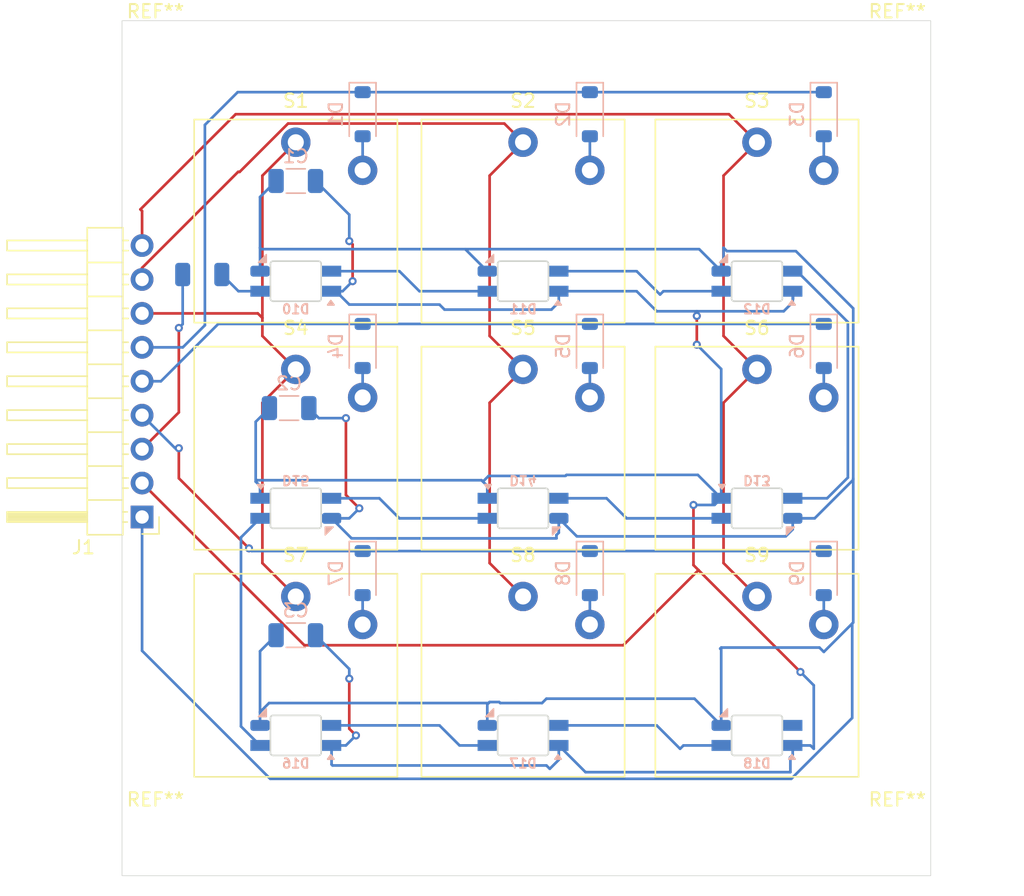
<source format=kicad_pcb>
(kicad_pcb (version 20241229) (generator "pcbnew") (generator_version "9.0")
  (layers (0 "F.Cu" signal) (2 "B.Cu" signal) (13 "F.Paste" user) (15 "B.Paste" user) (5 "F.SilkS" user "F.Silkscreen") (7 "B.SilkS" user "B.Silkscreen") (1 "F.Mask" user) (3 "B.Mask" user) (25 "Edge.Cuts" user))
  (net 0 "")
  (net 1 "ROW0")
  (net 2 "Net-(D1-A)")
  (net 3 "Net-(D2-A)")
  (net 4 "Net-(D3-A)")
  (net 5 "ROW1")
  (net 6 "Net-(D4-A)")
  (net 7 "Net-(D5-A)")
  (net 8 "Net-(D6-A)")
  (net 9 "Net-(D7-A)")
  (net 10 "ROW2")
  (net 11 "Net-(D8-A)")
  (net 12 "Net-(D9-A)")
  (net 13 "COL0")
  (net 14 "COL1")
  (net 15 "COL2")
  (net 16 "GND")
  (net 17 "Net-(D10-DOUT)")
  (net 18 "+5V")
  (net 19 "Net-(D12-DOUT)")
  (net 20 "Net-(D13-DOUT)")
  (net 21 "Net-(D14-DOUT)")
  (net 22 "Net-(D15-DOUT)")
  (net 23 "Net-(D16-DOUT)")
  (net 24 "Net-(D17-DOUT)")
  (net 26 "Net-(D11-DOUT)")
  (net 27 "Net-(D10-DIN)")
  (net 28 "LEDIN")
  (footprint "ScottoKeebs_Choc:Choc_V1_1.00u" (layer "F.Cu") (at 78 53)
    (property "Reference" "S1" (at 0 -9 0) (layer "F.SilkS"))
    (property "Value" "Keyswitch")
    (pad "" np_thru_hole circle (at -5.5 0) (size 1.9 1.9) (drill 1.9) (layers "*.Cu" "*.Mask"))
    (pad "" np_thru_hole circle (at 0 0) (size 3.45 3.45) (drill 3.45) (layers "*.Cu" "*.Mask"))
    (pad "" np_thru_hole circle (at 5.5 0) (size 1.9 1.9) (drill 1.9) (layers "*.Cu" "*.Mask"))
    (pad "1" thru_hole circle (at 0 -5.9) (size 2.2 2.2) (drill 1.2) (layers "*.Cu" "*.Mask") (net 13 "COL0"))
    (pad "2" thru_hole circle (at 5 -3.8) (size 2.2 2.2) (drill 1.2) (layers "*.Cu" "*.Mask") (net 2 "Net-(D1-A)"))
  )
  (footprint "ScottoKeebs_Choc:Choc_V1_1.00u" (layer "F.Cu") (at 78 70)
    (property "Reference" "S4" (at 0 -9 0) (layer "F.SilkS"))
    (property "Value" "Keyswitch")
    (pad "" np_thru_hole circle (at -5.5 0) (size 1.9 1.9) (drill 1.9) (layers "*.Cu" "*.Mask"))
    (pad "" np_thru_hole circle (at 0 0) (size 3.45 3.45) (drill 3.45) (layers "*.Cu" "*.Mask"))
    (pad "" np_thru_hole circle (at 5.5 0) (size 1.9 1.9) (drill 1.9) (layers "*.Cu" "*.Mask"))
    (pad "1" thru_hole circle (at 0 -5.9) (size 2.2 2.2) (drill 1.2) (layers "*.Cu" "*.Mask") (net 13 "COL0"))
    (pad "2" thru_hole circle (at 5 -3.8) (size 2.2 2.2) (drill 1.2) (layers "*.Cu" "*.Mask") (net 6 "Net-(D4-A)"))
  )
  (footprint "ScottoKeebs_Choc:Choc_V1_1.00u" (layer "F.Cu") (at 95 53)
    (property "Reference" "S2" (at 0 -9 0) (layer "F.SilkS"))
    (property "Value" "Keyswitch")
    (pad "" np_thru_hole circle (at -5.5 0) (size 1.9 1.9) (drill 1.9) (layers "*.Cu" "*.Mask"))
    (pad "" np_thru_hole circle (at 0 0) (size 3.45 3.45) (drill 3.45) (layers "*.Cu" "*.Mask"))
    (pad "" np_thru_hole circle (at 5.5 0) (size 1.9 1.9) (drill 1.9) (layers "*.Cu" "*.Mask"))
    (pad "1" thru_hole circle (at 0 -5.9) (size 2.2 2.2) (drill 1.2) (layers "*.Cu" "*.Mask") (net 14 "COL1"))
    (pad "2" thru_hole circle (at 5 -3.8) (size 2.2 2.2) (drill 1.2) (layers "*.Cu" "*.Mask") (net 3 "Net-(D2-A)"))
  )
  (footprint "ScottoKeebs_Choc:Choc_V1_1.00u" (layer "F.Cu") (at 112.5 53)
    (property "Reference" "S3" (at 0 -9 0) (layer "F.SilkS"))
    (property "Value" "Keyswitch")
    (pad "" np_thru_hole circle (at -5.5 0) (size 1.9 1.9) (drill 1.9) (layers "*.Cu" "*.Mask"))
    (pad "" np_thru_hole circle (at 0 0) (size 3.45 3.45) (drill 3.45) (layers "*.Cu" "*.Mask"))
    (pad "" np_thru_hole circle (at 5.5 0) (size 1.9 1.9) (drill 1.9) (layers "*.Cu" "*.Mask"))
    (pad "1" thru_hole circle (at 0 -5.9) (size 2.2 2.2) (drill 1.2) (layers "*.Cu" "*.Mask") (net 15 "COL2"))
    (pad "2" thru_hole circle (at 5 -3.8) (size 2.2 2.2) (drill 1.2) (layers "*.Cu" "*.Mask") (net 4 "Net-(D3-A)"))
  )
  (footprint "MountingHole:MountingHole_2.2mm_M2" (layer "F.Cu") (at 123 99.5)
    (property "Reference" "REF**" (at 0 -3.2 0) (layer "F.SilkS"))
    (property "Value" "MountingHole_2.2mm_M2")
    (pad "" np_thru_hole circle (at 0 0) (size 2.2 2.2) (drill 2.2) (layers "*.Cu" "*.Mask"))
  )
  (footprint "MountingHole:MountingHole_2.2mm_M2" (layer "F.Cu") (at 67.5 40.5)
    (property "Reference" "REF**" (at 0 -3.2 0) (layer "F.SilkS"))
    (property "Value" "MountingHole_2.2mm_M2")
    (pad "" np_thru_hole circle (at 0 0) (size 2.2 2.2) (drill 2.2) (layers "*.Cu" "*.Mask"))
  )
  (footprint "ScottoKeebs_Choc:Choc_V1_1.00u" (layer "F.Cu") (at 78 87)
    (property "Reference" "S7" (at 0 -9 0) (layer "F.SilkS"))
    (property "Value" "Keyswitch")
    (pad "" np_thru_hole circle (at -5.5 0) (size 1.9 1.9) (drill 1.9) (layers "*.Cu" "*.Mask"))
    (pad "" np_thru_hole circle (at 0 0) (size 3.45 3.45) (drill 3.45) (layers "*.Cu" "*.Mask"))
    (pad "" np_thru_hole circle (at 5.5 0) (size 1.9 1.9) (drill 1.9) (layers "*.Cu" "*.Mask"))
    (pad "1" thru_hole circle (at 0 -5.9) (size 2.2 2.2) (drill 1.2) (layers "*.Cu" "*.Mask") (net 13 "COL0"))
    (pad "2" thru_hole circle (at 5 -3.8) (size 2.2 2.2) (drill 1.2) (layers "*.Cu" "*.Mask") (net 9 "Net-(D7-A)"))
  )
  (footprint "ScottoKeebs_Choc:Choc_V1_1.00u" (layer "F.Cu") (at 112.5 87)
    (property "Reference" "S9" (at 0 -9 0) (layer "F.SilkS"))
    (property "Value" "Keyswitch")
    (pad "" np_thru_hole circle (at -5.5 0) (size 1.9 1.9) (drill 1.9) (layers "*.Cu" "*.Mask"))
    (pad "" np_thru_hole circle (at 0 0) (size 3.45 3.45) (drill 3.45) (layers "*.Cu" "*.Mask"))
    (pad "" np_thru_hole circle (at 5.5 0) (size 1.9 1.9) (drill 1.9) (layers "*.Cu" "*.Mask"))
    (pad "1" thru_hole circle (at 0 -5.9) (size 2.2 2.2) (drill 1.2) (layers "*.Cu" "*.Mask") (net 15 "COL2"))
    (pad "2" thru_hole circle (at 5 -3.8) (size 2.2 2.2) (drill 1.2) (layers "*.Cu" "*.Mask") (net 12 "Net-(D9-A)"))
  )
  (footprint "Connector_PinHeader_2.54mm:PinHeader_1x09_P2.54mm_Horizontal" (layer "F.Cu") (at 66.5 75.15 180)
    (property "Reference" "J1" (at 4.385 -2.27 180) (layer "F.SilkS"))
    (property "Value" "Conn_01x09_Pin")
    (pad "1" thru_hole rect (at 0 0 180) (size 1.7 1.7) (drill 1) (layers "*.Cu" "*.Mask") (net 16 "GND"))
    (pad "2" thru_hole oval (at 0 2.54 180) (size 1.7 1.7) (drill 1) (layers "*.Cu" "*.Mask") (net 18 "+5V"))
    (pad "3" thru_hole oval (at 0 5.08 180) (size 1.7 1.7) (drill 1) (layers "*.Cu" "*.Mask") (net 28 "LEDIN"))
    (pad "4" thru_hole oval (at 0 7.62 180) (size 1.7 1.7) (drill 1) (layers "*.Cu" "*.Mask") (net 10 "ROW2"))
    (pad "5" thru_hole oval (at 0 10.16 180) (size 1.7 1.7) (drill 1) (layers "*.Cu" "*.Mask") (net 5 "ROW1"))
    (pad "6" thru_hole oval (at 0 12.7 180) (size 1.7 1.7) (drill 1) (layers "*.Cu" "*.Mask") (net 1 "ROW0"))
    (pad "7" thru_hole oval (at 0 15.24 180) (size 1.7 1.7) (drill 1) (layers "*.Cu" "*.Mask") (net 13 "COL0"))
    (pad "8" thru_hole oval (at 0 17.78 180) (size 1.7 1.7) (drill 1) (layers "*.Cu" "*.Mask") (net 14 "COL1"))
    (pad "9" thru_hole oval (at 0 20.32 180) (size 1.7 1.7) (drill 1) (layers "*.Cu" "*.Mask") (net 15 "COL2"))
  )
  (footprint "ScottoKeebs_Choc:Choc_V1_1.00u" (layer "F.Cu") (at 95 70)
    (property "Reference" "S5" (at 0 -9 0) (layer "F.SilkS"))
    (property "Value" "Keyswitch")
    (pad "" np_thru_hole circle (at -5.5 0) (size 1.9 1.9) (drill 1.9) (layers "*.Cu" "*.Mask"))
    (pad "" np_thru_hole circle (at 0 0) (size 3.45 3.45) (drill 3.45) (layers "*.Cu" "*.Mask"))
    (pad "" np_thru_hole circle (at 5.5 0) (size 1.9 1.9) (drill 1.9) (layers "*.Cu" "*.Mask"))
    (pad "1" thru_hole circle (at 0 -5.9) (size 2.2 2.2) (drill 1.2) (layers "*.Cu" "*.Mask") (net 14 "COL1"))
    (pad "2" thru_hole circle (at 5 -3.8) (size 2.2 2.2) (drill 1.2) (layers "*.Cu" "*.Mask") (net 7 "Net-(D5-A)"))
  )
  (footprint "MountingHole:MountingHole_2.2mm_M2" (layer "F.Cu") (at 123 40.5)
    (property "Reference" "REF**" (at 0 -3.2 0) (layer "F.SilkS"))
    (property "Value" "MountingHole_2.2mm_M2")
    (pad "" np_thru_hole circle (at 0 0) (size 2.2 2.2) (drill 2.2) (layers "*.Cu" "*.Mask"))
  )
  (footprint "ScottoKeebs_Choc:Choc_V1_1.00u" (layer "F.Cu") (at 112.5 70)
    (property "Reference" "S6" (at 0 -9 0) (layer "F.SilkS"))
    (property "Value" "Keyswitch")
    (pad "" np_thru_hole circle (at -5.5 0) (size 1.9 1.9) (drill 1.9) (layers "*.Cu" "*.Mask"))
    (pad "" np_thru_hole circle (at 0 0) (size 3.45 3.45) (drill 3.45) (layers "*.Cu" "*.Mask"))
    (pad "" np_thru_hole circle (at 5.5 0) (size 1.9 1.9) (drill 1.9) (layers "*.Cu" "*.Mask"))
    (pad "1" thru_hole circle (at 0 -5.9) (size 2.2 2.2) (drill 1.2) (layers "*.Cu" "*.Mask") (net 15 "COL2"))
    (pad "2" thru_hole circle (at 5 -3.8) (size 2.2 2.2) (drill 1.2) (layers "*.Cu" "*.Mask") (net 8 "Net-(D6-A)"))
  )
  (footprint "MountingHole:MountingHole_2.2mm_M2" (layer "F.Cu") (at 67.5 99.5)
    (property "Reference" "REF**" (at 0 -3.2 0) (layer "F.SilkS"))
    (property "Value" "MountingHole_2.2mm_M2")
    (pad "" np_thru_hole circle (at 0 0) (size 2.2 2.2) (drill 2.2) (layers "*.Cu" "*.Mask"))
  )
  (footprint "ScottoKeebs_Choc:Choc_V1_1.00u" (layer "F.Cu") (at 95 87)
    (property "Reference" "S8" (at 0 -9 0) (layer "F.SilkS"))
    (property "Value" "Keyswitch")
    (pad "" np_thru_hole circle (at -5.5 0) (size 1.9 1.9) (drill 1.9) (layers "*.Cu" "*.Mask"))
    (pad "" np_thru_hole circle (at 0 0) (size 3.45 3.45) (drill 3.45) (layers "*.Cu" "*.Mask"))
    (pad "" np_thru_hole circle (at 5.5 0) (size 1.9 1.9) (drill 1.9) (layers "*.Cu" "*.Mask"))
    (pad "1" thru_hole circle (at 0 -5.9) (size 2.2 2.2) (drill 1.2) (layers "*.Cu" "*.Mask") (net 14 "COL1"))
    (pad "2" thru_hole circle (at 5 -3.8) (size 2.2 2.2) (drill 1.2) (layers "*.Cu" "*.Mask") (net 11 "Net-(D8-A)"))
  )
  (footprint "Diode_SMD:D_SOD-123" (layer "B.Cu") (at 83 62.35 -90)
    (property "Reference" "D4" (at 0 2 90) (layer "B.SilkS") (effects (justify mirror)))
    (property "Value" "D")
    (pad "1" smd roundrect (at -1.65 0 270) (size 0.9 1.2) (layers "B.Cu" "B.Mask" "B.Paste") (net 5 "ROW1"))
    (pad "2" smd roundrect (at 1.65 0 270) (size 0.9 1.2) (layers "B.Cu" "B.Mask" "B.Paste") (net 6 "Net-(D4-A)"))
  )
  (footprint "SK6812-MINI-E:SK6812-MINI-E" (layer "B.Cu") (at 95 91.5 180)
    (property "Reference" "D17" (at 0 -2.1 0) (layer "B.SilkS") (effects (font (size 0.7 0.7)) (justify mirror)))
    (property "Value" "LED_WS2812B" (hide yes))
    (fp_line (start 1.9 1.3) (end 1.9 -1.3) (stroke (width 0.12)) (layer "Edge.Cuts"))
    (fp_line (start 1.7 -1.5) (end -1.7 -1.5) (stroke (width 0.12)) (layer "Edge.Cuts"))
    (fp_line (start -1.7 1.5) (end 1.7 1.5) (stroke (width 0.12)) (layer "Edge.Cuts"))
    (fp_line (start -1.9 -1.3) (end -1.9 1.3) (stroke (width 0.12)) (layer "Edge.Cuts"))
    (fp_arc (start 1.9 1.3) (mid 1.841421 1.441421) (end 1.7 1.5) (stroke (width 0.12)) (layer "Edge.Cuts"))
    (fp_arc (start 1.7 -1.5) (mid 1.841421 -1.441421) (end 1.9 -1.3) (stroke (width 0.12)) (layer "Edge.Cuts"))
    (fp_arc (start -1.7 1.5) (mid -1.841421 1.441421) (end -1.9 1.3) (stroke (width 0.12)) (layer "Edge.Cuts"))
    (fp_arc (start -1.9 -1.3) (mid -1.841421 -1.441421) (end -1.7 -1.5) (stroke (width 0.12)) (layer "Edge.Cuts"))
    (pad "1" smd rect (at -2.675 -0.75 180) (size 1.45 0.82) (layers "B.Cu" "B.Mask" "B.Paste") (net 18 "+5V"))
    (pad "2" smd rect (at -2.675 0.75 180) (size 1.45 0.82) (layers "B.Cu" "B.Mask" "B.Paste") (net 24 "Net-(D17-DOUT)"))
    (pad "3" smd roundrect (at 2.675 0.75 180) (size 1.45 0.82) (layers "B.Cu" "B.Mask" "B.Paste") (net 16 "GND"))
    (pad "4" smd rect (at 2.675 -0.75 180) (size 1.45 0.82) (layers "B.Cu" "B.Mask" "B.Paste") (net 23 "Net-(D16-DOUT)"))
  )
  (footprint "SK6812-MINI-E:SK6812-MINI-E" (layer "B.Cu") (at 112.5 74.5)
    (property "Reference" "D13" (at 0 -2.1 180) (layer "B.SilkS") (effects (font (size 0.7 0.7)) (justify mirror)))
    (property "Value" "LED_WS2812B" (hide yes))
    (fp_line (start -1.9 -1.3) (end -1.9 1.3) (stroke (width 0.12)) (layer "Edge.Cuts"))
    (fp_line (start -1.7 1.5) (end 1.7 1.5) (stroke (width 0.12)) (layer "Edge.Cuts"))
    (fp_line (start 1.7 -1.5) (end -1.7 -1.5) (stroke (width 0.12)) (layer "Edge.Cuts"))
    (fp_line (start 1.9 1.3) (end 1.9 -1.3) (stroke (width 0.12)) (layer "Edge.Cuts"))
    (fp_arc (start -1.9 -1.3) (mid -1.841421 -1.441421) (end -1.7 -1.5) (stroke (width 0.12)) (layer "Edge.Cuts"))
    (fp_arc (start -1.7 1.5) (mid -1.841421 1.441421) (end -1.9 1.3) (stroke (width 0.12)) (layer "Edge.Cuts"))
    (fp_arc (start 1.7 -1.5) (mid 1.841421 -1.441421) (end 1.9 -1.3) (stroke (width 0.12)) (layer "Edge.Cuts"))
    (fp_arc (start 1.9 1.3) (mid 1.841421 1.441421) (end 1.7 1.5) (stroke (width 0.12)) (layer "Edge.Cuts"))
    (pad "1" smd rect (at -2.675 -0.75) (size 1.45 0.82) (layers "B.Cu" "B.Mask" "B.Paste") (net 18 "+5V"))
    (pad "2" smd rect (at -2.675 0.75) (size 1.45 0.82) (layers "B.Cu" "B.Mask" "B.Paste") (net 20 "Net-(D13-DOUT)"))
    (pad "3" smd roundrect (at 2.675 0.75) (size 1.45 0.82) (layers "B.Cu" "B.Mask" "B.Paste") (net 16 "GND"))
    (pad "4" smd rect (at 2.675 -0.75) (size 1.45 0.82) (layers "B.Cu" "B.Mask" "B.Paste") (net 19 "Net-(D12-DOUT)"))
  )
  (footprint "SK6812-MINI-E:SK6812-MINI-E" (layer "B.Cu") (at 95 57.5 180)
    (property "Reference" "D11" (at 0 -2.1 0) (layer "B.SilkS") (effects (font (size 0.7 0.7)) (justify mirror)))
    (property "Value" "LED_WS2812B" (hide yes))
    (fp_line (start 1.9 1.3) (end 1.9 -1.3) (stroke (width 0.12)) (layer "Edge.Cuts"))
    (fp_line (start 1.7 -1.5) (end -1.7 -1.5) (stroke (width 0.12)) (layer "Edge.Cuts"))
    (fp_line (start -1.7 1.5) (end 1.7 1.5) (stroke (width 0.12)) (layer "Edge.Cuts"))
    (fp_line (start -1.9 -1.3) (end -1.9 1.3) (stroke (width 0.12)) (layer "Edge.Cuts"))
    (fp_arc (start 1.9 1.3) (mid 1.841421 1.441421) (end 1.7 1.5) (stroke (width 0.12)) (layer "Edge.Cuts"))
    (fp_arc (start 1.7 -1.5) (mid 1.841421 -1.441421) (end 1.9 -1.3) (stroke (width 0.12)) (layer "Edge.Cuts"))
    (fp_arc (start -1.7 1.5) (mid -1.841421 1.441421) (end -1.9 1.3) (stroke (width 0.12)) (layer "Edge.Cuts"))
    (fp_arc (start -1.9 -1.3) (mid -1.841421 -1.441421) (end -1.7 -1.5) (stroke (width 0.12)) (layer "Edge.Cuts"))
    (pad "1" smd rect (at -2.675 -0.75 180) (size 1.45 0.82) (layers "B.Cu" "B.Mask" "B.Paste") (net 18 "+5V"))
    (pad "2" smd rect (at -2.675 0.75 180) (size 1.45 0.82) (layers "B.Cu" "B.Mask" "B.Paste") (net 26 "Net-(D11-DOUT)"))
    (pad "3" smd roundrect (at 2.675 0.75 180) (size 1.45 0.82) (layers "B.Cu" "B.Mask" "B.Paste") (net 16 "GND"))
    (pad "4" smd rect (at 2.675 -0.75 180) (size 1.45 0.82) (layers "B.Cu" "B.Mask" "B.Paste") (net 17 "Net-(D10-DOUT)"))
  )
  (footprint "Capacitor_SMD:C_1206_3216Metric" (layer "B.Cu") (at 78 50 180)
    (property "Reference" "C1" (at 0 1.85 0) (layer "B.SilkS") (effects (justify mirror)))
    (property "Value" "C_Small")
    (pad "1" smd roundrect (at -1.475 0 180) (size 1.15 1.8) (layers "B.Cu" "B.Mask" "B.Paste") (roundrect_rratio 0.217391) (net 18 "+5V"))
    (pad "2" smd roundrect (at 1.475 0 180) (size 1.15 1.8) (layers "B.Cu" "B.Mask" "B.Paste") (roundrect_rratio 0.217391) (net 16 "GND"))
  )
  (footprint "SK6812-MINI-E:SK6812-MINI-E" (layer "B.Cu") (at 78 91.5 180)
    (property "Reference" "D16" (at 0 -2.1 0) (layer "B.SilkS") (effects (font (size 0.7 0.7)) (justify mirror)))
    (property "Value" "LED_WS2812B" (hide yes))
    (fp_line (start 1.9 1.3) (end 1.9 -1.3) (stroke (width 0.12)) (layer "Edge.Cuts"))
    (fp_line (start 1.7 -1.5) (end -1.7 -1.5) (stroke (width 0.12)) (layer "Edge.Cuts"))
    (fp_line (start -1.7 1.5) (end 1.7 1.5) (stroke (width 0.12)) (layer "Edge.Cuts"))
    (fp_line (start -1.9 -1.3) (end -1.9 1.3) (stroke (width 0.12)) (layer "Edge.Cuts"))
    (fp_arc (start 1.9 1.3) (mid 1.841421 1.441421) (end 1.7 1.5) (stroke (width 0.12)) (layer "Edge.Cuts"))
    (fp_arc (start 1.7 -1.5) (mid 1.841421 -1.441421) (end 1.9 -1.3) (stroke (width 0.12)) (layer "Edge.Cuts"))
    (fp_arc (start -1.7 1.5) (mid -1.841421 1.441421) (end -1.9 1.3) (stroke (width 0.12)) (layer "Edge.Cuts"))
    (fp_arc (start -1.9 -1.3) (mid -1.841421 -1.441421) (end -1.7 -1.5) (stroke (width 0.12)) (layer "Edge.Cuts"))
    (pad "1" smd rect (at -2.675 -0.75 180) (size 1.45 0.82) (layers "B.Cu" "B.Mask" "B.Paste") (net 18 "+5V"))
    (pad "2" smd rect (at -2.675 0.75 180) (size 1.45 0.82) (layers "B.Cu" "B.Mask" "B.Paste") (net 23 "Net-(D16-DOUT)"))
    (pad "3" smd roundrect (at 2.675 0.75 180) (size 1.45 0.82) (layers "B.Cu" "B.Mask" "B.Paste") (net 16 "GND"))
    (pad "4" smd rect (at 2.675 -0.75 180) (size 1.45 0.82) (layers "B.Cu" "B.Mask" "B.Paste") (net 22 "Net-(D15-DOUT)"))
  )
  (footprint "Diode_SMD:D_SOD-123" (layer "B.Cu") (at 100 45 -90)
    (property "Reference" "D2" (at 0 2 90) (layer "B.SilkS") (effects (justify mirror)))
    (property "Value" "D")
    (pad "1" smd roundrect (at -1.65 0 270) (size 0.9 1.2) (layers "B.Cu" "B.Mask" "B.Paste") (net 1 "ROW0"))
    (pad "2" smd roundrect (at 1.65 0 270) (size 0.9 1.2) (layers "B.Cu" "B.Mask" "B.Paste") (net 3 "Net-(D2-A)"))
  )
  (footprint "Diode_SMD:D_SOD-123" (layer "B.Cu") (at 100 62.35 -90)
    (property "Reference" "D5" (at 0 2 90) (layer "B.SilkS") (effects (justify mirror)))
    (property "Value" "D")
    (pad "1" smd roundrect (at -1.65 0 270) (size 0.9 1.2) (layers "B.Cu" "B.Mask" "B.Paste") (net 5 "ROW1"))
    (pad "2" smd roundrect (at 1.65 0 270) (size 0.9 1.2) (layers "B.Cu" "B.Mask" "B.Paste") (net 7 "Net-(D5-A)"))
  )
  (footprint "Diode_SMD:D_SOD-123" (layer "B.Cu") (at 117.5 79.35 -90)
    (property "Reference" "D9" (at 0 2 90) (layer "B.SilkS") (effects (justify mirror)))
    (property "Value" "D")
    (pad "1" smd roundrect (at -1.65 0 270) (size 0.9 1.2) (layers "B.Cu" "B.Mask" "B.Paste") (net 10 "ROW2"))
    (pad "2" smd roundrect (at 1.65 0 270) (size 0.9 1.2) (layers "B.Cu" "B.Mask" "B.Paste") (net 12 "Net-(D9-A)"))
  )
  (footprint "SK6812-MINI-E:SK6812-MINI-E" (layer "B.Cu") (at 78 57.5 180)
    (property "Reference" "D10" (at 0 -2.1 0) (layer "B.SilkS") (effects (font (size 0.7 0.7)) (justify mirror)))
    (property "Value" "LED_WS2812B" (hide yes))
    (fp_line (start 1.9 1.3) (end 1.9 -1.3) (stroke (width 0.12)) (layer "Edge.Cuts"))
    (fp_line (start 1.7 -1.5) (end -1.7 -1.5) (stroke (width 0.12)) (layer "Edge.Cuts"))
    (fp_line (start -1.7 1.5) (end 1.7 1.5) (stroke (width 0.12)) (layer "Edge.Cuts"))
    (fp_line (start -1.9 -1.3) (end -1.9 1.3) (stroke (width 0.12)) (layer "Edge.Cuts"))
    (fp_arc (start 1.9 1.3) (mid 1.841421 1.441421) (end 1.7 1.5) (stroke (width 0.12)) (layer "Edge.Cuts"))
    (fp_arc (start 1.7 -1.5) (mid 1.841421 -1.441421) (end 1.9 -1.3) (stroke (width 0.12)) (layer "Edge.Cuts"))
    (fp_arc (start -1.7 1.5) (mid -1.841421 1.441421) (end -1.9 1.3) (stroke (width 0.12)) (layer "Edge.Cuts"))
    (fp_arc (start -1.9 -1.3) (mid -1.841421 -1.441421) (end -1.7 -1.5) (stroke (width 0.12)) (layer "Edge.Cuts"))
    (pad "1" smd rect (at -2.675 -0.75 180) (size 1.45 0.82) (layers "B.Cu" "B.Mask" "B.Paste") (net 18 "+5V"))
    (pad "2" smd rect (at -2.675 0.75 180) (size 1.45 0.82) (layers "B.Cu" "B.Mask" "B.Paste") (net 17 "Net-(D10-DOUT)"))
    (pad "3" smd roundrect (at 2.675 0.75 180) (size 1.45 0.82) (layers "B.Cu" "B.Mask" "B.Paste") (net 16 "GND"))
    (pad "4" smd rect (at 2.675 -0.75 180) (size 1.45 0.82) (layers "B.Cu" "B.Mask" "B.Paste") (net 27 "Net-(D10-DIN)"))
  )
  (footprint "SK6812-MINI-E:SK6812-MINI-E" (layer "B.Cu") (at 112.5 91.5 180)
    (property "Reference" "D18" (at 0 -2.1 0) (layer "B.SilkS") (effects (font (size 0.7 0.7)) (justify mirror)))
    (property "Value" "LED_WS2812B" (hide yes))
    (fp_line (start 1.9 1.3) (end 1.9 -1.3) (stroke (width 0.12)) (layer "Edge.Cuts"))
    (fp_line (start 1.7 -1.5) (end -1.7 -1.5) (stroke (width 0.12)) (layer "Edge.Cuts"))
    (fp_line (start -1.7 1.5) (end 1.7 1.5) (stroke (width 0.12)) (layer "Edge.Cuts"))
    (fp_line (start -1.9 -1.3) (end -1.9 1.3) (stroke (width 0.12)) (layer "Edge.Cuts"))
    (fp_arc (start 1.9 1.3) (mid 1.841421 1.441421) (end 1.7 1.5) (stroke (width 0.12)) (layer "Edge.Cuts"))
    (fp_arc (start 1.7 -1.5) (mid 1.841421 -1.441421) (end 1.9 -1.3) (stroke (width 0.12)) (layer "Edge.Cuts"))
    (fp_arc (start -1.7 1.5) (mid -1.841421 1.441421) (end -1.9 1.3) (stroke (width 0.12)) (layer "Edge.Cuts"))
    (fp_arc (start -1.9 -1.3) (mid -1.841421 -1.441421) (end -1.7 -1.5) (stroke (width 0.12)) (layer "Edge.Cuts"))
    (pad "1" smd rect (at -2.675 -0.75 180) (size 1.45 0.82) (layers "B.Cu" "B.Mask" "B.Paste") (net 18 "+5V"))
    (pad "2" smd rect (at -2.675 0.75 180) (size 1.45 0.82) (layers "B.Cu" "B.Mask" "B.Paste"))
    (pad "3" smd roundrect (at 2.675 0.75 180) (size 1.45 0.82) (layers "B.Cu" "B.Mask" "B.Paste") (net 16 "GND"))
    (pad "4" smd rect (at 2.675 -0.75 180) (size 1.45 0.82) (layers "B.Cu" "B.Mask" "B.Paste") (net 24 "Net-(D17-DOUT)"))
  )
  (footprint "Capacitor_SMD:C_1206_3216Metric" (layer "B.Cu") (at 78 84 180)
    (property "Reference" "C3" (at 0 1.85 0) (layer "B.SilkS") (effects (justify mirror)))
    (property "Value" "C_Small")
    (pad "1" smd roundrect (at -1.475 0 180) (size 1.15 1.8) (layers "B.Cu" "B.Mask" "B.Paste") (roundrect_rratio 0.217391) (net 18 "+5V"))
    (pad "2" smd roundrect (at 1.475 0 180) (size 1.15 1.8) (layers "B.Cu" "B.Mask" "B.Paste") (roundrect_rratio 0.217391) (net 16 "GND"))
  )
  (footprint "Diode_SMD:D_SOD-123" (layer "B.Cu") (at 83 79.35 -90)
    (property "Reference" "D7" (at 0 2 90) (layer "B.SilkS") (effects (justify mirror)))
    (property "Value" "D")
    (pad "1" smd roundrect (at -1.65 0 270) (size 0.9 1.2) (layers "B.Cu" "B.Mask" "B.Paste") (net 10 "ROW2"))
    (pad "2" smd roundrect (at 1.65 0 270) (size 0.9 1.2) (layers "B.Cu" "B.Mask" "B.Paste") (net 9 "Net-(D7-A)"))
  )
  (footprint "SK6812-MINI-E:SK6812-MINI-E" (layer "B.Cu") (at 112.5 57.5 180)
    (property "Reference" "D12" (at 0 -2.1 0) (layer "B.SilkS") (effects (font (size 0.7 0.7)) (justify mirror)))
    (property "Value" "LED_WS2812B" (hide yes))
    (fp_line (start 1.9 1.3) (end 1.9 -1.3) (stroke (width 0.12)) (layer "Edge.Cuts"))
    (fp_line (start 1.7 -1.5) (end -1.7 -1.5) (stroke (width 0.12)) (layer "Edge.Cuts"))
    (fp_line (start -1.7 1.5) (end 1.7 1.5) (stroke (width 0.12)) (layer "Edge.Cuts"))
    (fp_line (start -1.9 -1.3) (end -1.9 1.3) (stroke (width 0.12)) (layer "Edge.Cuts"))
    (fp_arc (start 1.9 1.3) (mid 1.841421 1.441421) (end 1.7 1.5) (stroke (width 0.12)) (layer "Edge.Cuts"))
    (fp_arc (start 1.7 -1.5) (mid 1.841421 -1.441421) (end 1.9 -1.3) (stroke (width 0.12)) (layer "Edge.Cuts"))
    (fp_arc (start -1.7 1.5) (mid -1.841421 1.441421) (end -1.9 1.3) (stroke (width 0.12)) (layer "Edge.Cuts"))
    (fp_arc (start -1.9 -1.3) (mid -1.841421 -1.441421) (end -1.7 -1.5) (stroke (width 0.12)) (layer "Edge.Cuts"))
    (pad "1" smd rect (at -2.675 -0.75 180) (size 1.45 0.82) (layers "B.Cu" "B.Mask" "B.Paste") (net 18 "+5V"))
    (pad "2" smd rect (at -2.675 0.75 180) (size 1.45 0.82) (layers "B.Cu" "B.Mask" "B.Paste") (net 19 "Net-(D12-DOUT)"))
    (pad "3" smd roundrect (at 2.675 0.75 180) (size 1.45 0.82) (layers "B.Cu" "B.Mask" "B.Paste") (net 16 "GND"))
    (pad "4" smd rect (at 2.675 -0.75 180) (size 1.45 0.82) (layers "B.Cu" "B.Mask" "B.Paste") (net 26 "Net-(D11-DOUT)"))
  )
  (footprint "SK6812-MINI-E:SK6812-MINI-E" (layer "B.Cu") (at 78 74.5)
    (property "Reference" "D15" (at 0 -2.1 180) (layer "B.SilkS") (effects (font (size 0.7 0.7)) (justify mirror)))
    (property "Value" "LED_WS2812B" (hide yes))
    (fp_line (start -1.9 -1.3) (end -1.9 1.3) (stroke (width 0.12)) (layer "Edge.Cuts"))
    (fp_line (start -1.7 1.5) (end 1.7 1.5) (stroke (width 0.12)) (layer "Edge.Cuts"))
    (fp_line (start 1.7 -1.5) (end -1.7 -1.5) (stroke (width 0.12)) (layer "Edge.Cuts"))
    (fp_line (start 1.9 1.3) (end 1.9 -1.3) (stroke (width 0.12)) (layer "Edge.Cuts"))
    (fp_arc (start -1.9 -1.3) (mid -1.841421 -1.441421) (end -1.7 -1.5) (stroke (width 0.12)) (layer "Edge.Cuts"))
    (fp_arc (start -1.7 1.5) (mid -1.841421 1.441421) (end -1.9 1.3) (stroke (width 0.12)) (layer "Edge.Cuts"))
    (fp_arc (start 1.7 -1.5) (mid 1.841421 -1.441421) (end 1.9 -1.3) (stroke (width 0.12)) (layer "Edge.Cuts"))
    (fp_arc (start 1.9 1.3) (mid 1.841421 1.441421) (end 1.7 1.5) (stroke (width 0.12)) (layer "Edge.Cuts"))
    (pad "1" smd rect (at -2.675 -0.75) (size 1.45 0.82) (layers "B.Cu" "B.Mask" "B.Paste") (net 18 "+5V"))
    (pad "2" smd rect (at -2.675 0.75) (size 1.45 0.82) (layers "B.Cu" "B.Mask" "B.Paste") (net 22 "Net-(D15-DOUT)"))
    (pad "3" smd roundrect (at 2.675 0.75) (size 1.45 0.82) (layers "B.Cu" "B.Mask" "B.Paste") (net 16 "GND"))
    (pad "4" smd rect (at 2.675 -0.75) (size 1.45 0.82) (layers "B.Cu" "B.Mask" "B.Paste") (net 21 "Net-(D14-DOUT)"))
  )
  (footprint "Diode_SMD:D_SOD-123" (layer "B.Cu") (at 83 45 -90)
    (property "Reference" "D1" (at 0 2 90) (layer "B.SilkS") (effects (justify mirror)))
    (property "Value" "D")
    (pad "1" smd roundrect (at -1.65 0 270) (size 0.9 1.2) (layers "B.Cu" "B.Mask" "B.Paste") (net 1 "ROW0"))
    (pad "2" smd roundrect (at 1.65 0 270) (size 0.9 1.2) (layers "B.Cu" "B.Mask" "B.Paste") (net 2 "Net-(D1-A)"))
  )
  (footprint "Diode_SMD:D_SOD-123" (layer "B.Cu") (at 117.5 62.35 -90)
    (property "Reference" "D6" (at 0 2 90) (layer "B.SilkS") (effects (justify mirror)))
    (property "Value" "D")
    (pad "1" smd roundrect (at -1.65 0 270) (size 0.9 1.2) (layers "B.Cu" "B.Mask" "B.Paste") (net 5 "ROW1"))
    (pad "2" smd roundrect (at 1.65 0 270) (size 0.9 1.2) (layers "B.Cu" "B.Mask" "B.Paste") (net 8 "Net-(D6-A)"))
  )
  (footprint "ScottoKeebs_Components:Resistor_1206" (layer "B.Cu") (at 71 57)
    (property "Reference" "R1" (hide yes))
    (property "Value" "Resistor" (hide yes))
    (pad "1" smd roundrect (at -1.4625 0) (size 1.125 1.75) (layers "B.Cu" "B.Mask" "B.Paste") (roundrect_rratio 0.222222) (net 28 "LEDIN"))
    (pad "2" smd roundrect (at 1.4625 0) (size 1.125 1.75) (layers "B.Cu" "B.Mask" "B.Paste") (roundrect_rratio 0.222222) (net 27 "Net-(D10-DIN)"))
  )
  (footprint "Capacitor_SMD:C_1206_3216Metric" (layer "B.Cu") (at 77.5 67 180)
    (property "Reference" "C2" (at 0 1.85 0) (layer "B.SilkS") (effects (justify mirror)))
    (property "Value" "C_Small")
    (pad "1" smd roundrect (at -1.475 0 180) (size 1.15 1.8) (layers "B.Cu" "B.Mask" "B.Paste") (roundrect_rratio 0.217391) (net 16 "GND"))
    (pad "2" smd roundrect (at 1.475 0 180) (size 1.15 1.8) (layers "B.Cu" "B.Mask" "B.Paste") (roundrect_rratio 0.217391) (net 18 "+5V"))
  )
  (footprint "SK6812-MINI-E:SK6812-MINI-E" (layer "B.Cu") (at 95 74.5)
    (property "Reference" "D14" (at 0 -2.1 180) (layer "B.SilkS") (effects (font (size 0.7 0.7)) (justify mirror)))
    (property "Value" "LED_WS2812B" (hide yes))
    (fp_line (start -1.9 -1.3) (end -1.9 1.3) (stroke (width 0.12)) (layer "Edge.Cuts"))
    (fp_line (start -1.7 1.5) (end 1.7 1.5) (stroke (width 0.12)) (layer "Edge.Cuts"))
    (fp_line (start 1.7 -1.5) (end -1.7 -1.5) (stroke (width 0.12)) (layer "Edge.Cuts"))
    (fp_line (start 1.9 1.3) (end 1.9 -1.3) (stroke (width 0.12)) (layer "Edge.Cuts"))
    (fp_arc (start -1.9 -1.3) (mid -1.841421 -1.441421) (end -1.7 -1.5) (stroke (width 0.12)) (layer "Edge.Cuts"))
    (fp_arc (start -1.7 1.5) (mid -1.841421 1.441421) (end -1.9 1.3) (stroke (width 0.12)) (layer "Edge.Cuts"))
    (fp_arc (start 1.7 -1.5) (mid 1.841421 -1.441421) (end 1.9 -1.3) (stroke (width 0.12)) (layer "Edge.Cuts"))
    (fp_arc (start 1.9 1.3) (mid 1.841421 1.441421) (end 1.7 1.5) (stroke (width 0.12)) (layer "Edge.Cuts"))
    (pad "1" smd rect (at -2.675 -0.75) (size 1.45 0.82) (layers "B.Cu" "B.Mask" "B.Paste") (net 18 "+5V"))
    (pad "2" smd rect (at -2.675 0.75) (size 1.45 0.82) (layers "B.Cu" "B.Mask" "B.Paste") (net 21 "Net-(D14-DOUT)"))
    (pad "3" smd roundrect (at 2.675 0.75) (size 1.45 0.82) (layers "B.Cu" "B.Mask" "B.Paste") (net 16 "GND"))
    (pad "4" smd rect (at 2.675 -0.75) (size 1.45 0.82) (layers "B.Cu" "B.Mask" "B.Paste") (net 20 "Net-(D13-DOUT)"))
  )
  (footprint "Diode_SMD:D_SOD-123" (layer "B.Cu") (at 117.5 45 -90)
    (property "Reference" "D3" (at 0 2 90) (layer "B.SilkS") (effects (justify mirror)))
    (property "Value" "D")
    (pad "1" smd roundrect (at -1.65 0 270) (size 0.9 1.2) (layers "B.Cu" "B.Mask" "B.Paste") (net 1 "ROW0"))
    (pad "2" smd roundrect (at 1.65 0 270) (size 0.9 1.2) (layers "B.Cu" "B.Mask" "B.Paste") (net 4 "Net-(D3-A)"))
  )
  (footprint "Diode_SMD:D_SOD-123" (layer "B.Cu") (at 100 79.35 -90)
    (property "Reference" "D8" (at 0 2 90) (layer "B.SilkS") (effects (justify mirror)))
    (property "Value" "D")
    (pad "1" smd roundrect (at -1.65 0 270) (size 0.9 1.2) (layers "B.Cu" "B.Mask" "B.Paste") (net 10 "ROW2"))
    (pad "2" smd roundrect (at 1.65 0 270) (size 0.9 1.2) (layers "B.Cu" "B.Mask" "B.Paste") (net 11 "Net-(D8-A)"))
  )
  (gr_rect (start 65 38) (end 125.5 102) (stroke (width 0.05)) (fill no) (layer "Edge.Cuts"))
  (segment (start 71.199 45.801) (end 71.199 60.801) (width 0.2) (layer "B.Cu") (net 1))
  (segment (start 83 43.35) (end 73.65 43.35) (width 0.2) (layer "B.Cu") (net 1))
  (segment (start 83 43.35) (end 117.5 43.35) (width 0.2) (layer "B.Cu") (net 1))
  (segment (start 71.199 60.801) (end 69.55 62.45) (width 0.2) (layer "B.Cu") (net 1))
  (segment (start 73.65 43.35) (end 71.199 45.801) (width 0.2) (layer "B.Cu") (net 1))
  (segment (start 69.55 62.45) (end 66.5 62.45) (width 0.2) (layer "B.Cu") (net 1))
  (segment (start 83 49.2) (end 83 46.65) (width 0.2) (layer "B.Cu") (net 2))
  (segment (start 100 49.2) (end 100 46.65) (width 0.2) (layer "B.Cu") (net 3))
  (segment (start 117.5 49.2) (end 117.5 46.65) (width 0.2) (layer "B.Cu") (net 4))
  (segment (start 117.5 60.7) (end 83 60.7) (width 0.2) (layer "B.Cu") (net 5))
  (segment (start 72.2 60.7) (end 83 60.7) (width 0.2) (layer "B.Cu") (net 5))
  (segment (start 67.91 64.99) (end 66.5 64.99) (width 0.2) (layer "B.Cu") (net 5))
  (segment (start 72.2 60.7) (end 67.91 64.99) (width 0.2) (layer "B.Cu") (net 5))
  (segment (start 83 66.2) (end 83 64) (width 0.2) (layer "B.Cu") (net 6))
  (segment (start 100 66.2) (end 100 64) (width 0.2) (layer "B.Cu") (net 7))
  (segment (start 117.5 66.2) (end 117.5 64) (width 0.2) (layer "B.Cu") (net 8))
  (segment (start 83 83.2) (end 83 81) (width 0.2) (layer "B.Cu") (net 9))
  (segment (start 74.5 77.5) (end 69.25 72.25) (width 0.2) (layer "F.Cu") (net 10))
  (segment (start 69.25 72.25) (end 69.25 70) (width 0.2) (layer "F.Cu") (net 10))
  (via (at 69.25 70) (size 0.6) (drill 0.3) (layers "F.Cu" "B.Cu") (net 10))
  (via (at 74.5 77.5) (size 0.6) (drill 0.3) (layers "F.Cu" "B.Cu") (net 10))
  (segment (start 68.97 70) (end 66.5 67.53) (width 0.2) (layer "B.Cu") (net 10))
  (segment (start 74.7 77.7) (end 83 77.7) (width 0.2) (layer "B.Cu") (net 10))
  (segment (start 69.25 70) (end 68.97 70) (width 0.2) (layer "B.Cu") (net 10))
  (segment (start 83 77.7) (end 117.5 77.7) (width 0.2) (layer "B.Cu") (net 10))
  (segment (start 74.5 77.5) (end 74.7 77.7) (width 0.2) (layer "B.Cu") (net 10))
  (segment (start 100 83.2) (end 100 81) (width 0.2) (layer "B.Cu") (net 11))
  (segment (start 117.5 83.2) (end 117.5 81) (width 0.2) (layer "B.Cu") (net 12))
  (segment (start 75.16 59.91) (end 75.5 60.25) (width 0.2) (layer "F.Cu") (net 13))
  (segment (start 75.5 49.6) (end 75.5 60.25) (width 0.2) (layer "F.Cu") (net 13))
  (segment (start 75.5 61.6) (end 78 64.1) (width 0.2) (layer "F.Cu") (net 13))
  (segment (start 78 47.1) (end 75.5 49.6) (width 0.2) (layer "F.Cu") (net 13))
  (segment (start 75.5 60.25) (end 75.5 61.6) (width 0.2) (layer "F.Cu") (net 13))
  (segment (start 78 64.1) (end 76.05 66.05) (width 0.2) (layer "F.Cu") (net 13))
  (segment (start 75.5 66.6) (end 75.5 78.6) (width 0.2) (layer "F.Cu") (net 13))
  (segment (start 75.5 78.6) (end 78 81.1) (width 0.2) (layer "F.Cu") (net 13))
  (segment (start 78 47.1) (end 77.4 47.1) (width 0.2) (layer "F.Cu") (net 13))
  (segment (start 76.05 66.05) (end 75.5 66.6) (width 0.2) (layer "F.Cu") (net 13))
  (segment (start 66.5 59.91) (end 75.16 59.91) (width 0.2) (layer "F.Cu") (net 13))
  (segment (start 92.5 78.6) (end 95 81.1) (width 0.2) (layer "F.Cu") (net 14))
  (segment (start 73.682314 49.317686) (end 73.801 49.317686) (width 0.2) (layer "F.Cu") (net 14))
  (segment (start 92.5 49.6) (end 92.5 61.6) (width 0.2) (layer "F.Cu") (net 14))
  (segment (start 92.5 61.6) (end 95 64.1) (width 0.2) (layer "F.Cu") (net 14))
  (segment (start 95 47.1) (end 93.599 45.699) (width 0.2) (layer "F.Cu") (net 14))
  (segment (start 95 47.1) (end 92.5 49.6) (width 0.2) (layer "F.Cu") (net 14))
  (segment (start 77.419686 45.699) (end 73.801 49.317686) (width 0.2) (layer "F.Cu") (net 14))
  (segment (start 93.599 45.699) (end 77.419686 45.699) (width 0.2) (layer "F.Cu") (net 14))
  (segment (start 92.5 66.6) (end 92.5 78.6) (width 0.2) (layer "F.Cu") (net 14))
  (segment (start 95 64.1) (end 92.5 66.6) (width 0.2) (layer "F.Cu") (net 14))
  (segment (start 66.5 57.37) (end 66.5 56.5) (width 0.2) (layer "F.Cu") (net 14))
  (segment (start 66.5 56.5) (end 73.682314 49.317686) (width 0.2) (layer "F.Cu") (net 14))
  (segment (start 110.4 45) (end 112.5 47.1) (width 0.2) (layer "F.Cu") (net 15))
  (segment (start 73.5 45) (end 110.4 45) (width 0.2) (layer "F.Cu") (net 15))
  (segment (start 110 49.6) (end 110 61.6) (width 0.2) (layer "F.Cu") (net 15))
  (segment (start 66.5 52.25) (end 66.5 54.83) (width 0.2) (layer "F.Cu") (net 15))
  (segment (start 110 66.6) (end 110 78.6) (width 0.2) (layer "F.Cu") (net 15))
  (segment (start 66.375 52.125) (end 73.5 45) (width 0.2) (layer "F.Cu") (net 15))
  (segment (start 110 61.6) (end 112.5 64.1) (width 0.2) (layer "F.Cu") (net 15))
  (segment (start 110 78.6) (end 112.5 81.1) (width 0.2) (layer "F.Cu") (net 15))
  (segment (start 112.5 64.1) (end 110 66.6) (width 0.2) (layer "F.Cu") (net 15))
  (segment (start 66.375 52.125) (end 66.5 52.25) (width 0.2) (layer "F.Cu") (net 15))
  (segment (start 112.5 47.1) (end 110 49.6) (width 0.2) (layer "F.Cu") (net 15))
  (segment (start 82.75 74.5) (end 81.75 73.5) (width 0.2) (layer "F.Cu") (net 16))
  (segment (start 81.75 73.5) (end 81.75 67.75) (width 0.2) (layer "F.Cu") (net 16))
  (via (at 82.75 74.5) (size 0.6) (drill 0.3) (layers "F.Cu" "B.Cu") (net 16))
  (via (at 81.75 67.75) (size 0.6) (drill 0.3) (layers "F.Cu" "B.Cu") (net 16))
  (segment (start 119.702 72.3651) (end 116.8171 75.25) (width 0.2) (layer "B.Cu") (net 16))
  (segment (start 109.825 56.045908) (end 110.025072 55.845836) (width 0.2) (layer "B.Cu") (net 16))
  (segment (start 82 75.25) (end 82.75 74.5) (width 0.2) (layer "B.Cu") (net 16))
  (segment (start 82.175 76.75) (end 97.5 76.75) (width 0.2) (layer "B.Cu") (net 16))
  (segment (start 117.174 84.924) (end 109.826 84.924) (width 0.2) (layer "B.Cu") (net 16))
  (segment (start 109.825 85.075) (end 109.825 90.75) (width 0.2) (layer "B.Cu") (net 16))
  (segment (start 76.088 94.75) (end 66.5 85.162) (width 0.2) (layer "B.Cu") (net 16))
  (segment (start 93.294908 89.076) (end 93.218908 89) (width 0.2) (layer "B.Cu") (net 16))
  (segment (start 75.325 90.75) (end 75.325 89.75) (width 0.2) (layer "B.Cu") (net 16))
  (segment (start 119.625 90.1921) (end 115.0671 94.75) (width 0.2) (layer "B.Cu") (net 16))
  (segment (start 79.725 67.75) (end 78.975 67) (width 0.2) (layer "B.Cu") (net 16))
  (segment (start 75.426 55.101) (end 90.676 55.101) (width 0.2) (layer "B.Cu") (net 16))
  (segment (start 115.412 55.25) (end 119.702 59.54) (width 0.2) (layer "B.Cu") (net 16))
  (segment (start 75.325 51.2) (end 76.525 50) (width 0.2) (layer "B.Cu") (net 16))
  (segment (start 96.75 88.75) (end 96.424 89.076) (width 0.2) (layer "B.Cu") (net 16))
  (segment (start 119.702 83.048) (end 119.625 83.125) (width 0.2) (layer "B.Cu") (net 16))
  (segment (start 75.325 55) (end 75.426 55.101) (width 0.2) (layer "B.Cu") (net 16))
  (segment (start 107.825 88.75) (end 96.75 88.75) (width 0.2) (layer "B.Cu") (net 16))
  (segment (start 75.325 89.75) (end 75.325 85.2) (width 0.2) (layer "B.Cu") (net 16))
  (segment (start 92.5 89) (end 92.325 89.175) (width 0.2) (layer "B.Cu") (net 16))
  (segment (start 92.325 89.175) (end 92.325 90.75) (width 0.2) (layer "B.Cu") (net 16))
  (segment (start 92.5 89) (end 92.424 89.076) (width 0.2) (layer "B.Cu") (net 16))
  (segment (start 109.825 90.75) (end 107.825 88.75) (width 0.2) (layer "B.Cu") (net 16))
  (segment (start 80.675 75.25) (end 82.175 76.75) (width 0.2) (layer "B.Cu") (net 16))
  (segment (start 75.325 55) (end 75.325 51.2) (width 0.2) (layer "B.Cu") (net 16))
  (segment (start 99.026 76.601) (end 114.649 76.601) (width 0.2) (layer "B.Cu") (net 16))
  (segment (start 109.75 85) (end 109.825 85.075) (width 0.2) (layer "B.Cu") (net 16))
  (segment (start 119.625 83.125) (end 117.5 85.25) (width 0.2) (layer "B.Cu") (net 16))
  (segment (start 97.5 76.75) (end 97.5 76.5) (width 0.2) (layer "B.Cu") (net 16))
  (segment (start 97.675 75.25) (end 99.026 76.601) (width 0.2) (layer "B.Cu") (net 16))
  (segment (start 109.825 56.75) (end 109.825 56.045908) (width 0.2) (layer "B.Cu") (net 16))
  (segment (start 97.675 76.325) (end 97.675 75.25) (width 0.2) (layer "B.Cu") (net 16))
  (segment (start 93.218908 89) (end 92.5 89) (width 0.2) (layer "B.Cu") (net 16))
  (segment (start 97.5 76.5) (end 97.675 76.325) (width 0.2) (layer "B.Cu") (net 16))
  (segment (start 81.75 67.75) (end 79.725 67.75) (width 0.2) (layer "B.Cu") (net 16))
  (segment (start 92.424 89.076) (end 75.999 89.076) (width 0.2) (layer "B.Cu") (net 16))
  (segment (start 75.325 56.75) (end 75.325 55) (width 0.2) (layer "B.Cu") (net 16))
  (segment (start 119.625 83.125) (end 119.625 90.1921) (width 0.2) (layer "B.Cu") (net 16))
  (segment (start 117.5 85.25) (end 117.174 84.924) (width 0.2) (layer "B.Cu") (net 16))
  (segment (start 110 55) (end 110.25 55.25) (width 0.2) (layer "B.Cu") (net 16))
  (segment (start 119.702 72.25) (end 119.702 72.3651) (width 0.2) (layer "B.Cu") (net 16))
  (segment (start 90.676 55.101) (end 108.176 55.101) (width 0.2) (layer "B.Cu") (net 16))
  (segment (start 119.702 72.25) (end 119.702 83.048) (width 0.2) (layer "B.Cu") (net 16))
  (segment (start 80.675 75.25) (end 82 75.25) (width 0.2) (layer "B.Cu") (net 16))
  (segment (start 110.25 55.25) (end 115.412 55.25) (width 0.2) (layer "B.Cu") (net 16))
  (segment (start 114.649 76.601) (end 115.175 76.075) (width 0.2) (layer "B.Cu") (net 16))
  (segment (start 66.25 75.4) (end 66.5 75.15) (width 0.2) (layer "B.Cu") (net 16))
  (segment (start 110.025072 55.845836) (end 110 55.820764) (width 0.2) (layer "B.Cu") (net 16))
  (segment (start 109.826 84.924) (end 109.75 85) (width 0.2) (layer "B.Cu") (net 16))
  (segment (start 108.176 55.101) (end 109.825 56.75) (width 0.2) (layer "B.Cu") (net 16))
  (segment (start 115.175 76.075) (end 115.175 75.25) (width 0.2) (layer "B.Cu") (net 16))
  (segment (start 96.424 89.076) (end 93.294908 89.076) (width 0.2) (layer "B.Cu") (net 16))
  (segment (start 75.999 89.076) (end 75.325 89.75) (width 0.2) (layer "B.Cu") (net 16))
  (segment (start 110 55.820764) (end 110 55) (width 0.2) (layer "B.Cu") (net 16))
  (segment (start 66.5 85.162) (end 66.5 75.15) (width 0.2) (layer "B.Cu") (net 16))
  (segment (start 116.8171 75.25) (end 115.175 75.25) (width 0.2) (layer "B.Cu") (net 16))
  (segment (start 75.325 85.2) (end 76.525 84) (width 0.2) (layer "B.Cu") (net 16))
  (segment (start 115.0671 94.75) (end 76.088 94.75) (width 0.2) (layer "B.Cu") (net 16))
  (segment (start 90.676 55.101) (end 92.325 56.75) (width 0.2) (layer "B.Cu") (net 16))
  (segment (start 119.702 59.54) (end 119.702 72.25) (width 0.2) (layer "B.Cu") (net 16))
  (segment (start 80.675 56.75) (end 85.75 56.75) (width 0.2) (layer "B.Cu") (net 17))
  (segment (start 87.25 58.25) (end 92.325 58.25) (width 0.2) (layer "B.Cu") (net 17))
  (segment (start 85.75 56.75) (end 87.25 58.25) (width 0.2) (layer "B.Cu") (net 17))
  (segment (start 82.25 57.5) (end 82.25 54.75) (width 0.2) (layer "F.Cu") (net 18))
  (segment (start 107.75 74.25) (end 107.75 78.75) (width 0.2) (layer "F.Cu") (net 18))
  (segment (start 82.5 91.5) (end 82 91) (width 0.2) (layer "F.Cu") (net 18))
  (segment (start 78.64 84.75) (end 66.5 72.61) (width 0.2) (layer "F.Cu") (net 18))
  (segment (start 102.5 84.75) (end 78.64 84.75) (width 0.2) (layer "F.Cu") (net 18))
  (segment (start 82.25 54.75) (end 82 54.5) (width 0.2) (layer "F.Cu") (net 18))
  (segment (start 108.125 79.125) (end 115.75 86.75) (width 0.2) (layer "F.Cu") (net 18))
  (segment (start 82 91) (end 82 87.25) (width 0.2) (layer "F.Cu") (net 18))
  (segment (start 107.75 78.75) (end 108.125 79.125) (width 0.2) (layer "F.Cu") (net 18))
  (segment (start 108 60.1) (end 108 62.25) (width 0.2) (layer "F.Cu") (net 18))
  (segment (start 108.125 79.125) (end 102.5 84.75) (width 0.2) (layer "F.Cu") (net 18))
  (via (at 82.25 57.5) (size 0.6) (drill 0.3) (layers "F.Cu" "B.Cu") (net 18))
  (via (at 115.75 86.75) (size 0.6) (drill 0.3) (layers "F.Cu" "B.Cu") (net 18))
  (via (at 107.75 74.25) (size 0.6) (drill 0.3) (layers "F.Cu" "B.Cu") (net 18))
  (via (at 82.5 91.5) (size 0.6) (drill 0.3) (layers "F.Cu" "B.Cu") (net 18))
  (via (at 82 54.5) (size 0.6) (drill 0.3) (layers "F.Cu" "B.Cu") (net 18))
  (via (at 108 60.1) (size 0.6) (drill 0.3) (layers "F.Cu" "B.Cu") (net 18))
  (via (at 82 87.25) (size 0.6) (drill 0.3) (layers "F.Cu" "B.Cu") (net 18))
  (via (at 108 62.25) (size 0.6) (drill 0.3) (layers "F.Cu" "B.Cu") (net 18))
  (segment (start 109.825 73.75) (end 108.075 72) (width 0.2) (layer "B.Cu") (net 18))
  (segment (start 80.7 58.25) (end 80.75 58.3) (width 0.2) (layer "B.Cu") (net 18))
  (segment (start 96.75 93.75) (end 80.75 93.75) (width 0.2) (layer "B.Cu") (net 18))
  (segment (start 108 59.75) (end 108 60.1) (width 0.2) (layer "B.Cu") (net 18))
  (segment (start 75 72.5) (end 75.325 72.825) (width 0.2) (layer "B.Cu") (net 18))
  (segment (start 80.675 58.25) (end 81 58.25) (width 0.2) (layer "B.Cu") (net 18))
  (segment (start 109.325 74.25) (end 107.75 74.25) (width 0.2) (layer "B.Cu") (net 18))
  (segment (start 108 62.25) (end 109.825 64.075) (width 0.2) (layer "B.Cu") (net 18))
  (segment (start 97.122878 59.627122) (end 97.675 59.075) (width 0.2) (layer "B.Cu") (net 18))
  (segment (start 115.2 58.25) (end 115.25 58.25) (width 0.2) (layer "B.Cu") (net 18))
  (segment (start 97.675 58.25) (end 103.5 58.25) (width 0.2) (layer "B.Cu") (net 18))
  (segment (start 114.974928 93.154164) (end 115 93.179236) (width 0.2) (layer "B.Cu") (net 18))
  (segment (start 98.25 72) (end 98.174 72.076) (width 0.2) (layer "B.Cu") (net 18))
  (segment (start 92 72.5) (end 92.325 72.825) (width 0.2) (layer "B.Cu") (net 18))
  (segment (start 82 54.5) (end 82 52.525) (width 0.2) (layer "B.Cu") (net 18))
  (segment (start 115 94.25) (end 99.675 94.25) (width 0.2) (layer "B.Cu") (net 18))
  (segment (start 97 94) (end 96.75 93.75) (width 0.2) (layer "B.Cu") (net 18))
  (segment (start 114.5 59.75) (end 115.175 59.075) (width 0.2) (layer "B.Cu") (net 18))
  (segment (start 115.2 58.849942) (end 115.2 58.25) (width 0.2) (layer "B.Cu") (net 18))
  (segment (start 105 59.75) (end 108 59.75) (width 0.2) (layer "B.Cu") (net 18))
  (segment (start 116.5 92.25) (end 115.175 92.25) (width 0.2) (layer "B.Cu") (net 18))
  (segment (start 115.175 92.954092) (end 114.974928 93.154164) (width 0.2) (layer "B.Cu") (net 18))
  (segment (start 97.675 92.25) (end 97.675 93.325) (width 0.2) (layer "B.Cu") (net 18))
  (segment (start 91.899 72.399) (end 75.101 72.399) (width 0.2) (layer "B.Cu") (net 18))
  (segment (start 108 59.75) (end 114.5 59.75) (width 0.2) (layer "B.Cu") (net 18))
  (segment (start 98.174 72.076) (end 92.424 72.076) (width 0.2) (layer "B.Cu") (net 18))
  (segment (start 88.75 59.25) (end 89.127122 59.627122) (width 0.2) (layer "B.Cu") (net 18))
  (segment (start 92.424 72.076) (end 92 72.5) (width 0.2) (layer "B.Cu") (net 18))
  (segment (start 81.5 58.25) (end 82.25 57.5) (width 0.2) (layer "B.Cu") (net 18))
  (segment (start 75 68.025) (end 76.025 67) (width 0.2) (layer "B.Cu") (net 18))
  (segment (start 80.675 92.25) (end 81.75 92.25) (width 0.2) (layer "B.Cu") (net 18))
  (segment (start 116.75 92.5) (end 116.5 92.25) (width 0.2) (layer "B.Cu") (net 18))
  (segment (start 92.325 72.825) (end 92.325 73.75) (width 0.2) (layer "B.Cu") (net 18))
  (segment (start 99.675 94.25) (end 97.675 92.25) (width 0.2) (layer "B.Cu") (net 18))
  (segment (start 75.325 72.825) (end 75.325 73.75) (width 0.2) (layer "B.Cu") (net 18))
  (segment (start 115.175 59.075) (end 115.175 58.25) (width 0.2) (layer "B.Cu") (net 18))
  (segment (start 81 58.25) (end 82 59.25) (width 0.2) (layer "B.Cu") (net 18))
  (segment (start 109.825 73.75) (end 109.325 74.25) (width 0.2) (layer "B.Cu") (net 18))
  (segment (start 82 52.525) (end 79.475 50) (width 0.2) (layer "B.Cu") (net 18))
  (segment (start 115.75 86.75) (end 116.75 87.75) (width 0.2) (layer "B.Cu") (net 18))
  (segment (start 115 93.179236) (end 115 94.25) (width 0.2) (layer "B.Cu") (net 18))
  (segment (start 108.075 72) (end 98.25 72) (width 0.2) (layer "B.Cu") (net 18))
  (segment (start 80.675 58.25) (end 81.5 58.25) (width 0.2) (layer "B.Cu") (net 18))
  (segment (start 92 72.5) (end 91.899 72.399) (width 0.2) (layer "B.Cu") (net 18))
  (segment (start 115.175 92.25) (end 115.175 92.954092) (width 0.2) (layer "B.Cu") (net 18))
  (segment (start 116.75 87.75) (end 116.75 92.5) (width 0.2) (layer "B.Cu") (net 18))
  (segment (start 82 59.25) (end 88.75 59.25) (width 0.2) (layer "B.Cu") (net 18))
  (segment (start 81.75 92.25) (end 82.5 91.5) (width 0.2) (layer "B.Cu") (net 18))
  (segment (start 80.675 93.675) (end 80.675 92.25) (width 0.2) (layer "B.Cu") (net 18))
  (segment (start 89.127122 59.627122) (end 97.122878 59.627122) (width 0.2) (layer "B.Cu") (net 18))
  (segment (start 103.5 58.25) (end 105 59.75) (width 0.2) (layer "B.Cu") (net 18))
  (segment (start 82 87.25) (end 82 86.525) (width 0.2) (layer "B.Cu") (net 18))
  (segment (start 82 86.525) (end 79.475 84) (width 0.2) (layer "B.Cu") (net 18))
  (segment (start 109.825 64.075) (end 109.825 73.75) (width 0.2) (layer "B.Cu") (net 18))
  (segment (start 97.675 59.075) (end 97.675 58.25) (width 0.2) (layer "B.Cu") (net 18))
  (segment (start 80.75 93.75) (end 80.675 93.675) (width 0.2) (layer "B.Cu") (net 18))
  (segment (start 75 72.5) (end 75 68.025) (width 0.2) (layer "B.Cu") (net 18))
  (segment (start 97.675 93.325) (end 97 94) (width 0.2) (layer "B.Cu") (net 18))
  (segment (start 75.101 72.399) (end 75 72.5) (width 0.2) (layer "B.Cu") (net 18))
  (segment (start 115.49 56.75) (end 119.301 60.561) (width 0.2) (layer "B.Cu") (net 19))
  (segment (start 117.75 73.75) (end 115.175 73.75) (width 0.2) (layer "B.Cu") (net 19))
  (segment (start 115.175 56.75) (end 115.49 56.75) (width 0.2) (layer "B.Cu") (net 19))
  (segment (start 119.301 60.561) (end 119.301 72.199) (width 0.2) (layer "B.Cu") (net 19))
  (segment (start 119.301 72.199) (end 117.75 73.75) (width 0.2) (layer "B.Cu") (net 19))
  (segment (start 102.75 75.25) (end 101.25 73.75) (width 0.2) (layer "B.Cu") (net 20))
  (segment (start 101.25 73.75) (end 97.675 73.75) (width 0.2) (layer "B.Cu") (net 20))
  (segment (start 109.825 75.25) (end 102.75 75.25) (width 0.2) (layer "B.Cu") (net 20))
  (segment (start 92.325 75.25) (end 85.75 75.25) (width 0.2) (layer "B.Cu") (net 21))
  (segment (start 85.75 75.25) (end 84.25 73.75) (width 0.2) (layer "B.Cu") (net 21))
  (segment (start 84.25 73.75) (end 80.675 73.75) (width 0.2) (layer "B.Cu") (net 21))
  (segment (start 73.899 90.824) (end 75.325 92.25) (width 0.2) (layer "B.Cu") (net 22))
  (segment (start 75.325 75.25) (end 73.899 76.676) (width 0.2) (layer "B.Cu") (net 22))
  (segment (start 73.899 76.676) (end 73.899 90.824) (width 0.2) (layer "B.Cu") (net 22))
  (segment (start 88.75 90.75) (end 90.25 92.25) (width 0.2) (layer "B.Cu") (net 23))
  (segment (start 90.25 92.25) (end 92.325 92.25) (width 0.2) (layer "B.Cu") (net 23))
  (segment (start 80.675 90.75) (end 88.75 90.75) (width 0.2) (layer "B.Cu") (net 23))
  (segment (start 106.75 92.5) (end 107 92.25) (width 0.2) (layer "B.Cu") (net 24))
  (segment (start 107 92.25) (end 109.825 92.25) (width 0.2) (layer "B.Cu") (net 24))
  (segment (start 97.675 90.75) (end 105 90.75) (width 0.2) (layer "B.Cu") (net 24))
  (segment (start 105 90.75) (end 106.75 92.5) (width 0.2) (layer "B.Cu") (net 24))
  (segment (start 97.675 56.75) (end 103.5 56.75) (width 0.2) (layer "B.Cu") (net 26))
  (segment (start 105.25 58.5) (end 105.5 58.25) (width 0.2) (layer "B.Cu") (net 26))
  (segment (start 105.5 58.25) (end 109.825 58.25) (width 0.2) (layer "B.Cu") (net 26))
  (segment (start 103.5 56.75) (end 105.25 58.5) (width 0.2) (layer "B.Cu") (net 26))
  (segment (start 73.7125 58.25) (end 75.325 58.25) (width 0.2) (layer "B.Cu") (net 27))
  (segment (start 72.4625 57) (end 73.7125 58.25) (width 0.2) (layer "B.Cu") (net 27))
  (segment (start 69.25 61) (end 69.25 67.32) (width 0.2) (layer "F.Cu") (net 28))
  (segment (start 69.25 67.32) (end 66.5 70.07) (width 0.2) (layer "F.Cu") (net 28))
  (via (at 69.25 61) (size 0.6) (drill 0.3) (layers "F.Cu" "B.Cu") (net 28))
  (segment (start 69.5375 57) (end 69.5375 60.7125) (width 0.2) (layer "B.Cu") (net 28))
  (segment (start 69.5375 60.7125) (end 69.25 61) (width 0.2) (layer "B.Cu") (net 28))
)
</source>
